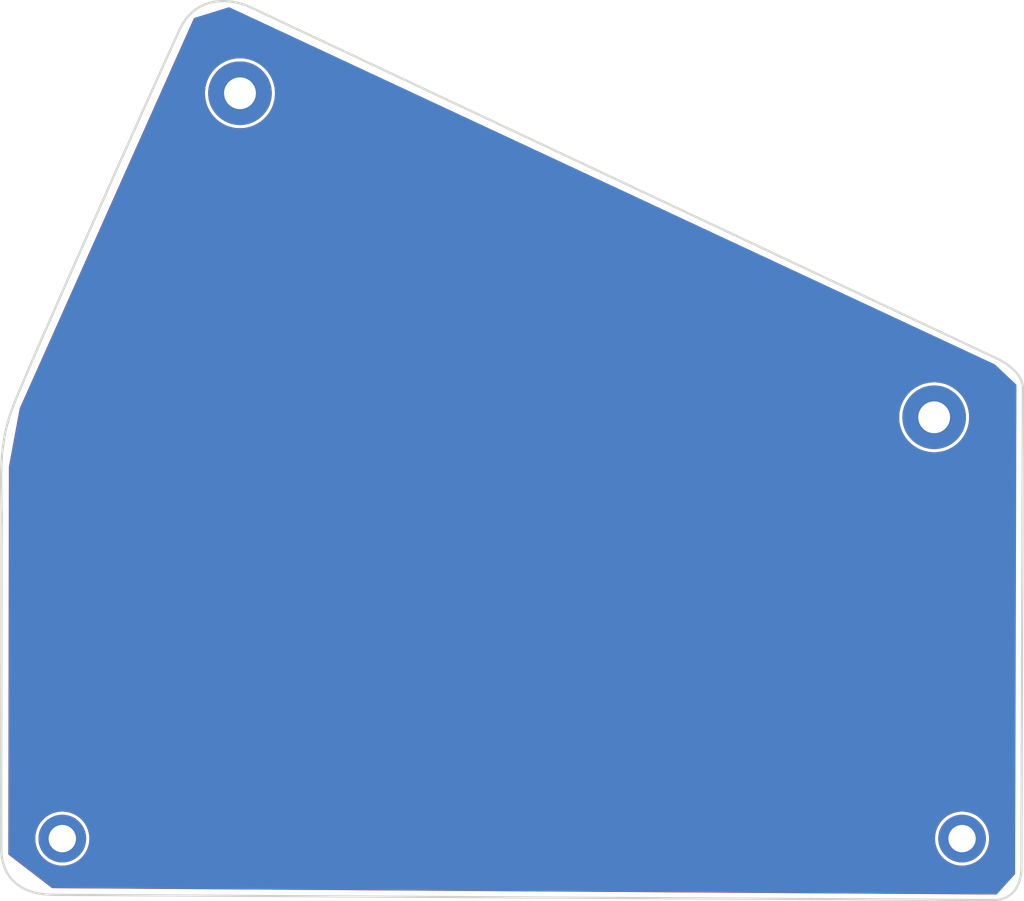
<source format=kicad_pcb>
(kicad_pcb (version 20240108) (generator "pcbnew") (generator_version "8.0")
  (layers (0 "F.Cu" signal) (31 "B.Cu" signal) (34 "B.Paste" user) (35 "F.Paste" user) (36 "B.SilkS" user "B.Silkscreen") (37 "F.SilkS" user "F.Silkscreen") (38 "B.Mask" user) (39 "F.Mask" user) (44 "Edge.Cuts" user))
  (net 0 "")
  (footprint "MountingHole:MountingHole_4.3mm_M4_DIN965_Pad_TopBottom" (layer "F.Cu") (at 70.3 151.5)
    (property "Reference" "REF**" (hide yes))
    (property "Value" "MountingHole_4.3mm_M4_DIN965_Pad_TopBottom" (hide yes))
    (pad "1" thru_hole circle (at 0 0) (size 4.7 4.7) (drill 4.3) (layers "*.Cu" "*.Mask"))
    (pad "1" connect circle (at 0 0) (size 7.5 7.5) (layers "F.Cu" "F.Mask"))
    (pad "1" connect circle (at 0 0) (size 7.5 7.5) (layers "B.Cu" "B.Mask"))
  )
  (footprint "MountingHole:MountingHole_5mm_Pad_TopBottom" (layer "F.Cu") (at 207.409395 85.206192)
    (property "Reference" "REF**" (hide yes))
    (property "Value" "MountingHole_5mm_Pad_TopBottom" (hide yes))
    (pad "1" thru_hole circle (at 0 0) (size 5.4 5.4) (drill 5) (layers "*.Cu" "*.Mask"))
    (pad "1" connect circle (at 0 0) (size 10 10) (layers "F.Cu" "F.Mask"))
    (pad "1" connect circle (at 0 0) (size 10 10) (layers "B.Cu" "B.Mask"))
  )
  (footprint "MountingHole:MountingHole_5mm_Pad_TopBottom" (layer "F.Cu") (at 98.241026 34.218188)
    (property "Reference" "REF**" (hide yes))
    (property "Value" "MountingHole_5mm_Pad_TopBottom" (hide yes))
    (pad "1" thru_hole circle (at 0 0) (size 5.4 5.4) (drill 5) (layers "*.Cu" "*.Mask"))
    (pad "1" connect circle (at 0 0) (size 10 10) (layers "F.Cu" "F.Mask"))
    (pad "1" connect circle (at 0 0) (size 10 10) (layers "B.Cu" "B.Mask"))
  )
  (footprint "MountingHole:MountingHole_4.3mm_M4_DIN965_Pad_TopBottom" (layer "F.Cu") (at 211.8 151.5)
    (property "Reference" "REF**" (hide yes))
    (property "Value" "MountingHole_4.3mm_M4_DIN965_Pad_TopBottom" (hide yes))
    (pad "1" thru_hole circle (at 0 0) (size 4.7 4.7) (drill 4.3) (layers "*.Cu" "*.Mask"))
    (pad "1" connect circle (at 0 0) (size 7.5 7.5) (layers "F.Cu" "F.Mask"))
    (pad "1" connect circle (at 0 0) (size 7.5 7.5) (layers "B.Cu" "B.Mask"))
  )
  (gr_curve (pts (xy 62.535739 83.524542) (xy 65.274175 76.460169) (xy 84.757714 32.909263) (xy 88.676574 24.350478)) (stroke (width 0.35)) (layer "Edge.Cuts"))
  (gr_curve (pts (xy 221.371737 80.686886) (xy 221.338664 84.176074) (xy 221.133595 154.108756) (xy 221.133595 156.172508)) (stroke (width 0.35)) (layer "Edge.Cuts"))
  (gr_curve (pts (xy 68.963921 160.346037) (xy 63.159161 160.311586) (xy 60.728738 157.156535) (xy 60.698755 153.138122)) (stroke (width 0.35)) (layer "Edge.Cuts"))
  (gr_curve (pts (xy 60.763076 102.536043) (xy 60.948325 97.179414) (xy 59.797302 90.588914) (xy 62.535739 83.524542)) (stroke (width 0.35)) (layer "Edge.Cuts"))
  (gr_curve (pts (xy 221.133595 156.172508) (xy 221.133595 158.23626) (xy 220.157104 161.151543) (xy 216.79566 161.162341)) (stroke (width 0.35)) (layer "Edge.Cuts"))
  (gr_curve (pts (xy 216.79566 161.162341) (xy 216.79566 161.162341) (xy 74.768681 160.380488) (xy 68.963921 160.346037)) (stroke (width 0.35)) (layer "Edge.Cuts"))
  (gr_line (start 99.51872 20.512755) (end 217.266174 75.952992) (stroke (width 0.35)) (layer "Edge.Cuts"))
  (gr_curve (pts (xy 217.266174 75.952992) (xy 217.266174 75.952992) (xy 221.399492 77.756725) (xy 221.371737 80.686886)) (stroke (width 0.35)) (layer "Edge.Cuts"))
  (gr_curve (pts (xy 60.698755 153.138122) (xy 60.668772 149.119709) (xy 60.763076 102.536043) (xy 60.763076 102.536043)) (stroke (width 0.35)) (layer "Edge.Cuts"))
  (gr_curve (pts (xy 88.676574 24.350478) (xy 91.983866 17.127354) (xy 99.51872 20.512755) (xy 99.51872 20.512755)) (stroke (width 0.35)) (layer "Edge.Cuts"))
  (zone (net 0) (net_name "") (layer "F.Cu") (connect_pads (clearance 0.5)) (min_thickness 0.25) (fill yes (thermal_gap 0.5) (thermal_bridge_width 0.5) (island_removal_mode 1) (island_area_min 10))
    (polygon (pts (xy 91 22.4) (xy 96.5 20.7) (xy 216.9 76.9) (xy 220.3 80.1) (xy 220.1 157.1) (xy 217.2 160.3) (xy 68.7 159.3) (xy 61.8 154) (xy 61.9 93) (xy 63.6 83.8)))
  )
  (zone (net 0) (net_name "") (layer "B.Cu") (connect_pads (clearance 0.5)) (min_thickness 0.25) (fill yes (thermal_gap 0.5) (thermal_bridge_width 0.5) (island_removal_mode 1) (island_area_min 10))
    (polygon (pts (xy 91.045497 22.374061) (xy 96.545497 20.674061) (xy 216.945497 76.874061) (xy 220.345497 80.074061) (xy 220.145497 157.074061) (xy 217.245497 160.274061) (xy 68.745497 159.274061) (xy 61.845497 153.974061) (xy 61.945497 92.974061) (xy 63.645497 83.774061)))
  )
)
</source>
